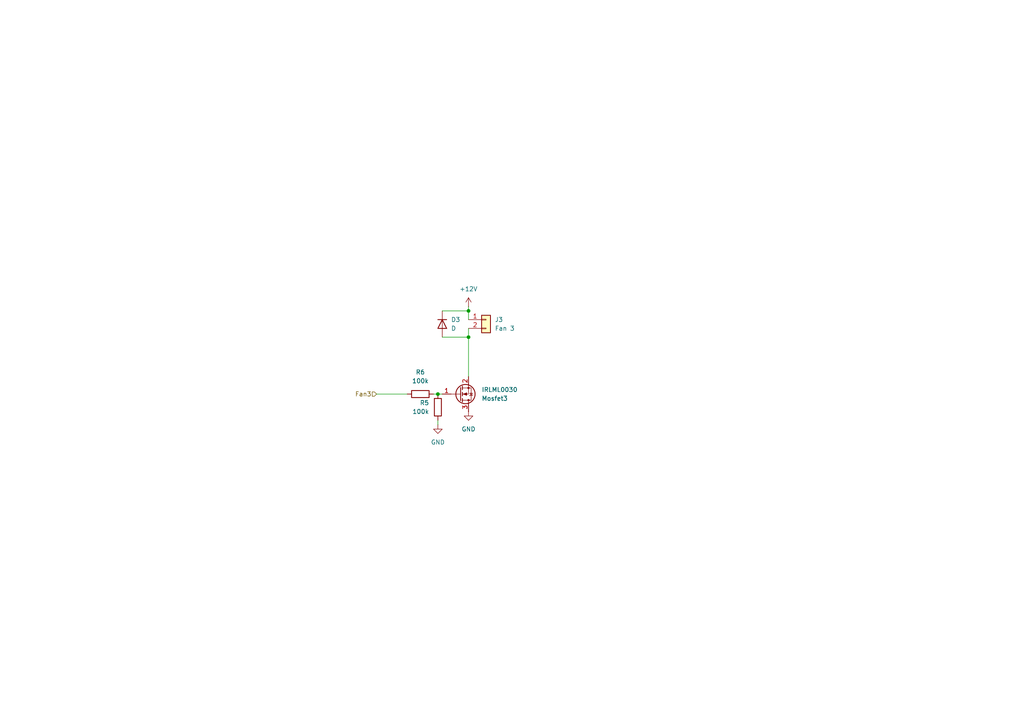
<source format=kicad_sch>
(kicad_sch (version 20231120) (generator "eeschema") (generator_version "8.0")
  (paper "A4")
  (lib_symbols
    (symbol "Connector_Generic:Conn_01x02" (pin_names (offset 1.016) hide)
      (property "Reference" "J" (at 0 2.54 0))
      (property "Value" "Conn_01x02" (at 0 -5.08 0))
      (symbol "Conn_01x02_1_1"
        (rectangle (start -1.27 -2.413) (end 0 -2.667) (stroke (width 0.1524)))
        (rectangle (start -1.27 0.127) (end 0 -0.127) (stroke (width 0.1524)))
        (rectangle (start -1.27 1.27) (end 1.27 -3.81) (stroke (width 0.254)) (fill (type background)))
        (pin passive line (at -5.08 0 0) (length 3.81) (name "Pin_1") (number "1"))
        (pin passive line (at -5.08 -2.54 0) (length 3.81) (name "Pin_2") (number "2"))
      )
    )
    (symbol "Device:D" (pin_numbers hide) (pin_names (offset 1.016) hide)
      (property "Reference" "D" (at 0 2.54 0))
      (property "Value" "D" (at 0 -2.54 0))
      (symbol "D_0_1"
        (polyline (pts (xy -1.27 1.27) (xy -1.27 -1.27)) (stroke (width 0.254)))
        (polyline (pts (xy 1.27 0) (xy -1.27 0)))
        (polyline (pts (xy 1.27 1.27) (xy 1.27 -1.27) (xy -1.27 0) (xy 1.27 1.27)) (stroke (width 0.254)))
      )
      (symbol "D_1_1"
        (pin passive line (at -3.81 0 0) (length 2.54) (name "K") (number "1"))
        (pin passive line (at 3.81 0 180) (length 2.54) (name "A") (number "2"))
      )
    )
    (symbol "Device:R" (pin_numbers hide) (pin_names (offset 0))
      (property "Reference" "R" (at 2.032 0 90))
      (property "Value" "R" (at 0 0 90))
      (symbol "R_0_1"
        (rectangle (start -1.016 -2.54) (end 1.016 2.54) (stroke (width 0.254)))
      )
      (symbol "R_1_1"
        (pin passive line (at 0 3.81 270) (length 1.27) (name "~") (number "1"))
        (pin passive line (at 0 -3.81 90) (length 1.27) (name "~") (number "2"))
      )
    )
    (symbol "Transistor_FET:IRLML0030" (pin_names hide)
      (property "Reference" "Q" (at 5.08 1.905 0))
      (property "Value" "IRLML0030" (at 5.08 0 0))
      (symbol "IRLML0030_0_1"
        (polyline (pts (xy 0.254 0) (xy -2.54 0)))
        (polyline (pts (xy 0.254 1.905) (xy 0.254 -1.905)) (stroke (width 0.254)))
        (polyline (pts (xy 0.762 -1.27) (xy 0.762 -2.286)) (stroke (width 0.254)))
        (polyline (pts (xy 0.762 0.508) (xy 0.762 -0.508)) (stroke (width 0.254)))
        (polyline (pts (xy 0.762 2.286) (xy 0.762 1.27)) (stroke (width 0.254)))
        (polyline (pts (xy 2.54 2.54) (xy 2.54 1.778)))
        (polyline (pts (xy 2.54 -2.54) (xy 2.54 0) (xy 0.762 0)))
        (polyline (pts (xy 0.762 -1.778) (xy 3.302 -1.778) (xy 3.302 1.778) (xy 0.762 1.778)))
        (polyline (pts (xy 1.016 0) (xy 2.032 0.381) (xy 2.032 -0.381) (xy 1.016 0)) (fill (type outline)))
        (polyline (pts (xy 2.794 0.508) (xy 2.921 0.381) (xy 3.683 0.381) (xy 3.81 0.254)))
        (polyline (pts (xy 3.302 0.381) (xy 2.921 -0.254) (xy 3.683 -0.254) (xy 3.302 0.381)))
        (circle (center 1.651 0) (radius 2.794) (stroke (width 0.254)))
        (circle (center 2.54 -1.778) (radius 0.254) (fill (type outline)))
        (circle (center 2.54 1.778) (radius 0.254) (fill (type outline)))
      )
      (symbol "IRLML0030_1_1"
        (pin input line (at -5.08 0 0) (length 2.54) (name "G") (number "1"))
        (pin passive line (at 2.54 -5.08 90) (length 2.54) (name "S") (number "2"))
        (pin passive line (at 2.54 5.08 270) (length 2.54) (name "D") (number "3"))
      )
    )
    (symbol "power:+12V" (power) (pin_numbers hide) (pin_names (offset 0) hide)
      (property "Value" "+12V" (at 0 3.556 0))
      (symbol "+12V_0_1"
        (polyline (pts (xy -0.762 1.27) (xy 0 2.54)))
        (polyline (pts (xy 0 0) (xy 0 2.54)))
        (polyline (pts (xy 0 2.54) (xy 0.762 1.27)))
      )
      (symbol "+12V_1_1"
        (pin power_in line (at 0 0 90) (length 0) (name "~") (number "1"))
      )
    )
    (symbol "power:GND" (power) (pin_numbers hide) (pin_names (offset 0) hide)
      (property "Value" "GND" (at 0 -3.81 0))
      (symbol "GND_0_1"
        (polyline (pts (xy 0 0) (xy 0 -1.27) (xy 1.27 -1.27) (xy 0 -2.54) (xy -1.27 -1.27) (xy 0 -1.27)))
      )
      (symbol "GND_1_1"
        (pin power_in line (at 0 0 270) (length 0) (name "~") (number "1"))
      )
    )
  )
  (junction (at 127 114.3))
  (junction (at 135.89 97.79))
  (junction (at 135.89 90.17))
  (wire (pts (xy 128.27 97.79) (xy 135.89 97.79)))
  (wire (pts (xy 128.27 90.17) (xy 135.89 90.17)))
  (wire (pts (xy 127 121.92) (xy 127 123.19)))
  (wire (pts (xy 135.89 97.79) (xy 135.89 109.22)))
  (wire (pts (xy 135.89 95.25) (xy 135.89 97.79)))
  (wire (pts (xy 118.11 114.3) (xy 109.22 114.3)))
  (wire (pts (xy 135.89 90.17) (xy 135.89 92.71)))
  (wire (pts (xy 127 114.3) (xy 128.27 114.3)))
  (wire (pts (xy 135.89 88.9) (xy 135.89 90.17)))
  (wire (pts (xy 125.73 114.3) (xy 127 114.3)))
  (hierarchical_label "Fan3" (shape input) (at 109.22 114.3 180))
  (symbol (lib_id "power:GND") (at 135.89 119.38 0) (mirror y) (unit 1)
    (property "Reference" "#PWR019" (effects (hide yes)))
    (property "Value" "GND" (at 135.89 124.46 0))
    (property "Description" "Power symbol creates a global label with name \"GND\" , ground" (effects (hide yes)))
  )
  (symbol (lib_id "Device:R") (at 121.92 114.3 90) (mirror x) (unit 1)
    (property "Reference" "R6" (at 121.92 107.95 90))
    (property "Value" "100k" (at 121.92 110.49 90))
    (property "Footprint" "Resistor_SMD:R_0805_2012Metric" (effects (hide yes)))
    (property "Description" "Resistor" (effects (hide yes)))
  )
  (symbol (lib_id "power:+12V") (at 135.89 88.9 0) (unit 1)
    (property "Reference" "#PWR013" (effects (hide yes)))
    (property "Value" "+12V" (at 135.89 83.82 0))
    (property "Description" "Power symbol creates a global label with name \"+12V\"" (effects (hide yes)))
  )
  (symbol (lib_id "power:GND") (at 127 123.19 0) (mirror y) (unit 1)
    (property "Reference" "#PWR012" (effects (hide yes)))
    (property "Value" "GND" (at 127 128.27 0))
    (property "Description" "Power symbol creates a global label with name \"GND\" , ground" (effects (hide yes)))
  )
  (symbol (lib_id "Connector_Generic:Conn_01x02") (at 140.97 92.71 0) (unit 1)
    (property "Reference" "J3" (at 143.51 92.7099 0) (effects (justify left)))
    (property "Value" "Fan 3" (at 143.51 95.2499 0) (effects (justify left)))
    (property "Footprint" "UTSVT_Connectors:Molex_MicroFit3.0_1x2xP3.00mm_PolarizingPeg_Vertical" (effects (hide yes)))
    (property "Description" "Generic connector, single row, 01x02, script generated (kicad-library-utils/schlib/autogen/connector/)" (effects (hide yes)))
  )
  (symbol (lib_id "Device:R") (at 127 118.11 0) (mirror y) (unit 1)
    (property "Reference" "R5" (at 124.46 116.8399 0) (effects (justify left)))
    (property "Value" "100k" (at 124.46 119.3799 0) (effects (justify left)))
    (property "Footprint" "Resistor_SMD:R_0805_2012Metric" (effects (hide yes)))
    (property "Description" "Resistor" (effects (hide yes)))
  )
  (symbol (lib_id "Device:D") (at 128.27 93.98 270) (unit 1)
    (property "Reference" "D3" (at 130.81 92.7099 90) (effects (justify left)))
    (property "Value" "D" (at 130.81 95.2499 90) (effects (justify left)))
    (property "Footprint" "Diode_SMD:D_0805_2012Metric" (effects (hide yes)))
    (property "Description" "Diode" (effects (hide yes)))
    (property "Sim.Device" "D" (effects (hide yes)))
    (property "Sim.Pins" "1=K 2=A" (effects (hide yes)))
  )
  (symbol (lib_id "Transistor_FET:IRLML0030") (at 133.35 114.3 0) (mirror x) (unit 1)
    (property "Reference" "Mosfet3" (at 139.7 115.5701 0) (effects (justify left)))
    (property "Value" "IRLML0030" (at 139.7 113.0301 0) (effects (justify left)))
    (property "Footprint" "Package_TO_SOT_SMD:SOT-23" (effects (hide yes)))
    (property "Datasheet" "https://www.infineon.com/dgdl/irlml0030pbf.pdf?fileId=5546d462533600a401535664773825df" (effects (hide yes)))
    (property "Description" "5.3A Id, 30V Vds, 27mOhm Rds, N-Channel HEXFET Power MOSFET, SOT-23" (effects (hide yes)))
  )
)
</source>
